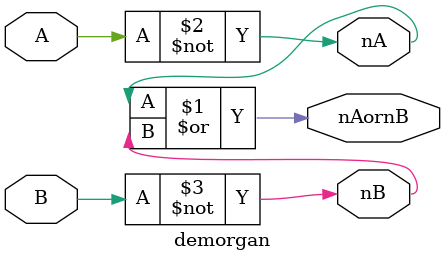
<source format=v>
module demorgan
(
    input A,
    input B,
    output nA,
    output nB,
    output nAornB
);

  wire nA;
  wire nB;
  not Ainv(nA, A);
  not Binv(nB, B);
  or orgate(nAornB, nA, nB);


endmodule

</source>
